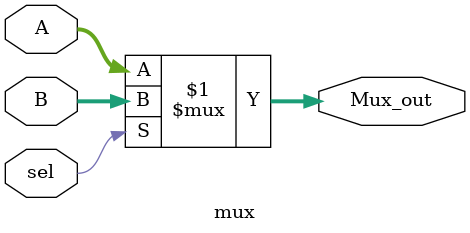
<source format=v>
module mux (
    input sel,
    input signed [31:0] A, B,
    output signed [31:0] Mux_out
);

assign Mux_out = sel ? B : A;
    
endmodule
</source>
